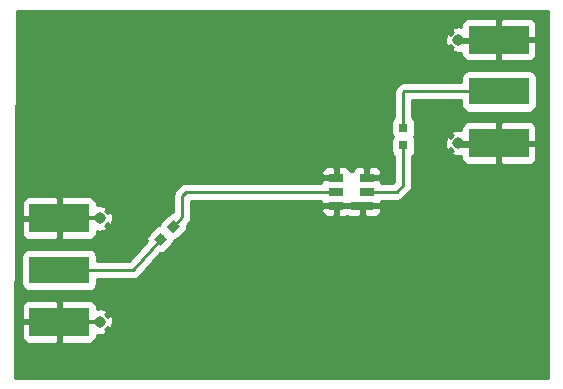
<source format=gbr>
%TF.GenerationSoftware,KiCad,Pcbnew,(2017-10-17 revision 537804b)-master*%
%TF.CreationDate,2018-07-22T21:53:39+10:00*%
%TF.ProjectId,rf_matching,72665F6D61746368696E672E6B696361,rev?*%
%TF.SameCoordinates,PX92c53e0PY691e668*%
%TF.FileFunction,Copper,L1,Top,Signal*%
%TF.FilePolarity,Positive*%
%FSLAX46Y46*%
G04 Gerber Fmt 4.6, Leading zero omitted, Abs format (unit mm)*
G04 Created by KiCad (PCBNEW (2017-10-17 revision 537804b)-master) date Sunday, 22 July 2018 'PMt' 21:53:39*
%MOMM*%
%LPD*%
G01*
G04 APERTURE LIST*
%TA.AperFunction,Conductor*%
%ADD10R,0.890000X0.460000*%
%TD*%
%TA.AperFunction,ViaPad*%
%ADD11C,0.970000*%
%TD*%
%TA.AperFunction,SMDPad,CuDef*%
%ADD12R,5.080000X2.420000*%
%TD*%
%TA.AperFunction,SMDPad,CuDef*%
%ADD13R,5.080000X2.290000*%
%TD*%
%TA.AperFunction,SMDPad,CuDef*%
%ADD14R,1.960000X0.650000*%
%TD*%
%TA.AperFunction,SMDPad,CuDef*%
%ADD15R,1.200000X0.650000*%
%TD*%
%TA.AperFunction,SMDPad,CuDef*%
%ADD16R,0.750000X0.800000*%
%TD*%
%TA.AperFunction,SMDPad,CuDef*%
%ADD17C,0.750000*%
%TD*%
%TA.AperFunction,Conductor*%
%ADD18C,0.100000*%
%TD*%
%TA.AperFunction,Conductor*%
%ADD19C,0.250000*%
%TD*%
%TA.AperFunction,Conductor*%
%ADD20C,0.254000*%
%TD*%
G04 APERTURE END LIST*
D10*
%TO.N,GND*%
%TO.C,J2*%
X7420000Y5470000D03*
X7420000Y14230000D03*
D11*
X7870000Y5470000D03*
X7870000Y14230000D03*
D12*
%TD*%
%TO.P,J2,2*%
%TO.N,GND*%
X4430000Y5470000D03*
%TO.P,J2,2*%
%TO.N,GND*%
X4430000Y14230000D03*
D13*
%TO.P,J2,1*%
%TO.N,Net-(C3-Pad2)*%
X4430000Y9850000D03*
%TD*%
D10*
%TO.N,GND*%
%TO.C,J4*%
X38680000Y29355000D03*
X38680000Y20595000D03*
D11*
X38230000Y29355000D03*
X38230000Y20595000D03*
D12*
%TD*%
%TO.P,J4,2*%
%TO.N,GND*%
X41670000Y29355000D03*
%TO.P,J4,2*%
%TO.N,GND*%
X41670000Y20595000D03*
D13*
%TO.P,J4,1*%
%TO.N,Net-(C1-Pad1)*%
X41670000Y24975000D03*
%TD*%
D14*
%TO.P,U2,1*%
%TO.N,GND*%
X30105000Y15275000D03*
D15*
%TO.P,U2,2*%
%TO.N,Net-(C1-Pad2)*%
X30475000Y16475000D03*
%TO.P,U2,3*%
%TO.N,GND*%
X30475000Y17675000D03*
%TO.P,U2,4*%
X27875000Y17675000D03*
%TO.P,U2,5*%
%TO.N,Net-(C3-Pad1)*%
X27875000Y16475000D03*
%TO.P,U2,6*%
%TO.N,GND*%
X27875000Y15275000D03*
%TD*%
D16*
%TO.P,C1,2*%
%TO.N,Net-(C1-Pad2)*%
X33575000Y20400000D03*
%TO.P,C1,1*%
%TO.N,Net-(C1-Pad1)*%
X33575000Y21900000D03*
%TD*%
D17*
%TO.P,C3,1*%
%TO.N,Net-(C3-Pad1)*%
X14080330Y13530330D03*
D18*
%TD*%
%TO.N,Net-(C3-Pad1)*%
%TO.C,C3*%
G36*
X14098008Y14078338D02*
X14628338Y13548008D01*
X14062652Y12982322D01*
X13532322Y13512652D01*
X14098008Y14078338D01*
X14098008Y14078338D01*
G37*
D17*
%TO.P,C3,2*%
%TO.N,Net-(C3-Pad2)*%
X13019670Y12469670D03*
D18*
%TD*%
%TO.N,Net-(C3-Pad2)*%
%TO.C,C3*%
G36*
X13037348Y13017678D02*
X13567678Y12487348D01*
X13001992Y11921662D01*
X12471662Y12451992D01*
X13037348Y13017678D01*
X13037348Y13017678D01*
G37*
D19*
%TO.N,GND*%
X3680000Y14230000D02*
X6470000Y14230000D01*
X6470000Y14230000D02*
X7120000Y14230000D01*
X3680000Y5470000D02*
X6470000Y5470000D01*
X6470000Y5470000D02*
X7120000Y5470000D01*
%TO.N,Net-(C1-Pad2)*%
X30475000Y16475000D02*
X33000000Y16475000D01*
X33000000Y16475000D02*
X33575000Y17050000D01*
X33575000Y17050000D02*
X33575000Y20400000D01*
%TO.N,Net-(C3-Pad1)*%
X14080330Y13530330D02*
X14875000Y14325000D01*
X14875000Y14325000D02*
X14875000Y16150000D01*
X14875000Y16150000D02*
X15200000Y16475000D01*
X15200000Y16475000D02*
X17075000Y16475000D01*
X17075000Y16475000D02*
X27875000Y16475000D01*
%TO.N,Net-(C3-Pad2)*%
X10725000Y9825000D02*
X13019670Y12469670D01*
X10725000Y9825000D02*
X3780000Y9825000D01*
%TO.N,GND*%
X41620000Y29130000D02*
X38180000Y29130000D01*
X41620000Y20370000D02*
X38180000Y20370000D01*
%TO.N,Net-(C1-Pad1)*%
X33575000Y21900000D02*
X33575000Y24925000D01*
X33575000Y24925000D02*
X33625000Y24975000D01*
X33625000Y24975000D02*
X41670000Y24975000D01*
%TD*%
D20*
%TO.N,GND*%
G36*
X45865000Y685000D02*
X2904151Y685000D01*
X689462Y699459D01*
X716997Y5184250D01*
X1255000Y5184250D01*
X1255000Y4133690D01*
X1351673Y3900301D01*
X1530302Y3721673D01*
X1763691Y3625000D01*
X4144250Y3625000D01*
X4303000Y3783750D01*
X4303000Y5343000D01*
X1413750Y5343000D01*
X1255000Y5184250D01*
X716997Y5184250D01*
X726955Y6806310D01*
X1255000Y6806310D01*
X1255000Y5755750D01*
X1413750Y5597000D01*
X4303000Y5597000D01*
X4303000Y7156250D01*
X4557000Y7156250D01*
X4557000Y5597000D01*
X4577000Y5597000D01*
X4577000Y5343000D01*
X4557000Y5343000D01*
X4557000Y3783750D01*
X4715750Y3625000D01*
X7096309Y3625000D01*
X7329698Y3721673D01*
X7508327Y3900301D01*
X7605000Y4133690D01*
X7605000Y4377871D01*
X7728564Y4336851D01*
X8172968Y4368982D01*
X8434308Y4477232D01*
X8469595Y4690800D01*
X8341710Y4818685D01*
X8403327Y4880301D01*
X8472443Y5047162D01*
X8649200Y4870405D01*
X8862768Y4905692D01*
X9003149Y5328564D01*
X8971018Y5772968D01*
X8862768Y6034308D01*
X8649200Y6069595D01*
X8472443Y5892838D01*
X8403327Y6059699D01*
X8341710Y6121315D01*
X8469595Y6249200D01*
X8434308Y6462768D01*
X8011436Y6603149D01*
X7605000Y6573763D01*
X7605000Y6806310D01*
X7508327Y7039699D01*
X7329698Y7218327D01*
X7096309Y7315000D01*
X4715750Y7315000D01*
X4557000Y7156250D01*
X4303000Y7156250D01*
X4144250Y7315000D01*
X1763691Y7315000D01*
X1530302Y7218327D01*
X1351673Y7039699D01*
X1255000Y6806310D01*
X726955Y6806310D01*
X752673Y10995000D01*
X1242560Y10995000D01*
X1242560Y8705000D01*
X1291843Y8457235D01*
X1432191Y8247191D01*
X1642235Y8106843D01*
X1890000Y8057560D01*
X6970000Y8057560D01*
X7217765Y8106843D01*
X7427809Y8247191D01*
X7568157Y8457235D01*
X7617440Y8705000D01*
X7617440Y9065000D01*
X10725000Y9065000D01*
X10751706Y9070312D01*
X10778719Y9066901D01*
X10896286Y9099071D01*
X11015839Y9122852D01*
X11038480Y9137980D01*
X11064741Y9145166D01*
X11161047Y9219877D01*
X11262401Y9287599D01*
X11277528Y9310238D01*
X11299042Y9326928D01*
X12990595Y11276489D01*
X13001992Y11274222D01*
X13249757Y11323505D01*
X13459801Y11463853D01*
X14025487Y12029539D01*
X14165835Y12239583D01*
X14189822Y12360178D01*
X14310417Y12384165D01*
X14520461Y12524513D01*
X15086147Y13090199D01*
X15226495Y13300243D01*
X15275778Y13548008D01*
X15258695Y13633893D01*
X15412401Y13787599D01*
X15577148Y14034161D01*
X15635000Y14325000D01*
X15635000Y14989250D01*
X26640000Y14989250D01*
X26640000Y14823690D01*
X26736673Y14590301D01*
X26915302Y14411673D01*
X27148691Y14315000D01*
X27589250Y14315000D01*
X27748000Y14473750D01*
X27748000Y15148000D01*
X28002000Y15148000D01*
X28002000Y14473750D01*
X28160750Y14315000D01*
X28601309Y14315000D01*
X28800000Y14397301D01*
X28998691Y14315000D01*
X29819250Y14315000D01*
X29978000Y14473750D01*
X29978000Y15148000D01*
X30232000Y15148000D01*
X30232000Y14473750D01*
X30390750Y14315000D01*
X31211309Y14315000D01*
X31444698Y14411673D01*
X31623327Y14590301D01*
X31720000Y14823690D01*
X31720000Y14989250D01*
X31561250Y15148000D01*
X30232000Y15148000D01*
X29978000Y15148000D01*
X28002000Y15148000D01*
X27748000Y15148000D01*
X26798750Y15148000D01*
X26640000Y14989250D01*
X15635000Y14989250D01*
X15635000Y15715000D01*
X26640000Y15715000D01*
X26640000Y15560750D01*
X26798750Y15402000D01*
X27748000Y15402000D01*
X27748000Y15422000D01*
X28002000Y15422000D01*
X28002000Y15402000D01*
X29978000Y15402000D01*
X29978000Y15422000D01*
X30232000Y15422000D01*
X30232000Y15402000D01*
X31561250Y15402000D01*
X31720000Y15560750D01*
X31720000Y15715000D01*
X33000000Y15715000D01*
X33290839Y15772852D01*
X33537401Y15937599D01*
X34112401Y16512599D01*
X34277148Y16759161D01*
X34335000Y17050000D01*
X34335000Y19493541D01*
X34407809Y19542191D01*
X34548157Y19752235D01*
X34597440Y20000000D01*
X34597440Y20736436D01*
X37096851Y20736436D01*
X37128982Y20292032D01*
X37237232Y20030692D01*
X37450800Y19995405D01*
X37627557Y20172162D01*
X37696673Y20005301D01*
X37758290Y19943685D01*
X37630405Y19815800D01*
X37665692Y19602232D01*
X38088564Y19461851D01*
X38495000Y19491237D01*
X38495000Y19258690D01*
X38591673Y19025301D01*
X38770302Y18846673D01*
X39003691Y18750000D01*
X41384250Y18750000D01*
X41543000Y18908750D01*
X41543000Y20468000D01*
X41797000Y20468000D01*
X41797000Y18908750D01*
X41955750Y18750000D01*
X44336309Y18750000D01*
X44569698Y18846673D01*
X44748327Y19025301D01*
X44845000Y19258690D01*
X44845000Y20309250D01*
X44686250Y20468000D01*
X41797000Y20468000D01*
X41543000Y20468000D01*
X41523000Y20468000D01*
X41523000Y20722000D01*
X41543000Y20722000D01*
X41543000Y22281250D01*
X41797000Y22281250D01*
X41797000Y20722000D01*
X44686250Y20722000D01*
X44845000Y20880750D01*
X44845000Y21931310D01*
X44748327Y22164699D01*
X44569698Y22343327D01*
X44336309Y22440000D01*
X41955750Y22440000D01*
X41797000Y22281250D01*
X41543000Y22281250D01*
X41384250Y22440000D01*
X39003691Y22440000D01*
X38770302Y22343327D01*
X38591673Y22164699D01*
X38495000Y21931310D01*
X38495000Y21687129D01*
X38371436Y21728149D01*
X37927032Y21696018D01*
X37665692Y21587768D01*
X37630405Y21374200D01*
X37758290Y21246315D01*
X37696673Y21184699D01*
X37627557Y21017838D01*
X37450800Y21194595D01*
X37237232Y21159308D01*
X37096851Y20736436D01*
X34597440Y20736436D01*
X34597440Y20800000D01*
X34548157Y21047765D01*
X34479845Y21150000D01*
X34548157Y21252235D01*
X34597440Y21500000D01*
X34597440Y22300000D01*
X34548157Y22547765D01*
X34407809Y22757809D01*
X34335000Y22806459D01*
X34335000Y24215000D01*
X38482560Y24215000D01*
X38482560Y23830000D01*
X38531843Y23582235D01*
X38672191Y23372191D01*
X38882235Y23231843D01*
X39130000Y23182560D01*
X44210000Y23182560D01*
X44457765Y23231843D01*
X44667809Y23372191D01*
X44808157Y23582235D01*
X44857440Y23830000D01*
X44857440Y26120000D01*
X44808157Y26367765D01*
X44667809Y26577809D01*
X44457765Y26718157D01*
X44210000Y26767440D01*
X39130000Y26767440D01*
X38882235Y26718157D01*
X38672191Y26577809D01*
X38531843Y26367765D01*
X38482560Y26120000D01*
X38482560Y25735000D01*
X33625000Y25735000D01*
X33334161Y25677148D01*
X33087599Y25512401D01*
X33037599Y25462401D01*
X32872852Y25215839D01*
X32815000Y24925000D01*
X32815000Y22806459D01*
X32742191Y22757809D01*
X32601843Y22547765D01*
X32552560Y22300000D01*
X32552560Y21500000D01*
X32601843Y21252235D01*
X32670155Y21150000D01*
X32601843Y21047765D01*
X32552560Y20800000D01*
X32552560Y20000000D01*
X32601843Y19752235D01*
X32742191Y19542191D01*
X32815000Y19493541D01*
X32815000Y17364802D01*
X32685198Y17235000D01*
X31710000Y17235000D01*
X31710000Y17389250D01*
X31551250Y17548000D01*
X30602000Y17548000D01*
X30602000Y17528000D01*
X30348000Y17528000D01*
X30348000Y17548000D01*
X30328000Y17548000D01*
X30328000Y17802000D01*
X30348000Y17802000D01*
X30348000Y18476250D01*
X30602000Y18476250D01*
X30602000Y17802000D01*
X31551250Y17802000D01*
X31710000Y17960750D01*
X31710000Y18126310D01*
X31613327Y18359699D01*
X31434698Y18538327D01*
X31201309Y18635000D01*
X30760750Y18635000D01*
X30602000Y18476250D01*
X30348000Y18476250D01*
X30189250Y18635000D01*
X29748691Y18635000D01*
X29515302Y18538327D01*
X29336673Y18359699D01*
X29285272Y18235606D01*
X29061741Y18242816D01*
X29013327Y18359699D01*
X28834698Y18538327D01*
X28601309Y18635000D01*
X28160750Y18635000D01*
X28002000Y18476250D01*
X28002000Y17802000D01*
X28022000Y17802000D01*
X28022000Y17548000D01*
X28002000Y17548000D01*
X28002000Y17528000D01*
X27748000Y17528000D01*
X27748000Y17548000D01*
X26798750Y17548000D01*
X26640000Y17389250D01*
X26640000Y17235000D01*
X15200000Y17235000D01*
X14957414Y17186746D01*
X14909160Y17177148D01*
X14662599Y17012401D01*
X14337599Y16687401D01*
X14172852Y16440839D01*
X14115000Y16150000D01*
X14115000Y14722398D01*
X14098008Y14725778D01*
X13850243Y14676495D01*
X13640199Y14536147D01*
X13074513Y13970461D01*
X12934165Y13760417D01*
X12910178Y13639822D01*
X12789583Y13615835D01*
X12579539Y13475487D01*
X12013853Y12909801D01*
X11873505Y12699757D01*
X11824222Y12451992D01*
X11856656Y12288935D01*
X10378222Y10585000D01*
X7617440Y10585000D01*
X7617440Y10995000D01*
X7568157Y11242765D01*
X7427809Y11452809D01*
X7217765Y11593157D01*
X6970000Y11642440D01*
X1890000Y11642440D01*
X1642235Y11593157D01*
X1432191Y11452809D01*
X1291843Y11242765D01*
X1242560Y10995000D01*
X752673Y10995000D01*
X770780Y13944250D01*
X1255000Y13944250D01*
X1255000Y12893690D01*
X1351673Y12660301D01*
X1530302Y12481673D01*
X1763691Y12385000D01*
X4144250Y12385000D01*
X4303000Y12543750D01*
X4303000Y14103000D01*
X1413750Y14103000D01*
X1255000Y13944250D01*
X770780Y13944250D01*
X780738Y15566310D01*
X1255000Y15566310D01*
X1255000Y14515750D01*
X1413750Y14357000D01*
X4303000Y14357000D01*
X4303000Y15916250D01*
X4557000Y15916250D01*
X4557000Y14357000D01*
X4577000Y14357000D01*
X4577000Y14103000D01*
X4557000Y14103000D01*
X4557000Y12543750D01*
X4715750Y12385000D01*
X7096309Y12385000D01*
X7329698Y12481673D01*
X7508327Y12660301D01*
X7605000Y12893690D01*
X7605000Y13137871D01*
X7728564Y13096851D01*
X8172968Y13128982D01*
X8434308Y13237232D01*
X8469595Y13450800D01*
X8341710Y13578685D01*
X8403327Y13640301D01*
X8472443Y13807162D01*
X8649200Y13630405D01*
X8862768Y13665692D01*
X9003149Y14088564D01*
X8971018Y14532968D01*
X8862768Y14794308D01*
X8649200Y14829595D01*
X8472443Y14652838D01*
X8403327Y14819699D01*
X8341710Y14881315D01*
X8469595Y15009200D01*
X8434308Y15222768D01*
X8011436Y15363149D01*
X7605000Y15333763D01*
X7605000Y15566310D01*
X7508327Y15799699D01*
X7329698Y15978327D01*
X7096309Y16075000D01*
X4715750Y16075000D01*
X4557000Y15916250D01*
X4303000Y15916250D01*
X4144250Y16075000D01*
X1763691Y16075000D01*
X1530302Y15978327D01*
X1351673Y15799699D01*
X1255000Y15566310D01*
X780738Y15566310D01*
X796455Y18126310D01*
X26640000Y18126310D01*
X26640000Y17960750D01*
X26798750Y17802000D01*
X27748000Y17802000D01*
X27748000Y18476250D01*
X27589250Y18635000D01*
X27148691Y18635000D01*
X26915302Y18538327D01*
X26736673Y18359699D01*
X26640000Y18126310D01*
X796455Y18126310D01*
X866265Y29496436D01*
X37096851Y29496436D01*
X37128982Y29052032D01*
X37237232Y28790692D01*
X37450800Y28755405D01*
X37627557Y28932162D01*
X37696673Y28765301D01*
X37758290Y28703685D01*
X37630405Y28575800D01*
X37665692Y28362232D01*
X38088564Y28221851D01*
X38495000Y28251237D01*
X38495000Y28018690D01*
X38591673Y27785301D01*
X38770302Y27606673D01*
X39003691Y27510000D01*
X41384250Y27510000D01*
X41543000Y27668750D01*
X41543000Y29228000D01*
X41797000Y29228000D01*
X41797000Y27668750D01*
X41955750Y27510000D01*
X44336309Y27510000D01*
X44569698Y27606673D01*
X44748327Y27785301D01*
X44845000Y28018690D01*
X44845000Y29069250D01*
X44686250Y29228000D01*
X41797000Y29228000D01*
X41543000Y29228000D01*
X41523000Y29228000D01*
X41523000Y29482000D01*
X41543000Y29482000D01*
X41543000Y31041250D01*
X41797000Y31041250D01*
X41797000Y29482000D01*
X44686250Y29482000D01*
X44845000Y29640750D01*
X44845000Y30691310D01*
X44748327Y30924699D01*
X44569698Y31103327D01*
X44336309Y31200000D01*
X41955750Y31200000D01*
X41797000Y31041250D01*
X41543000Y31041250D01*
X41384250Y31200000D01*
X39003691Y31200000D01*
X38770302Y31103327D01*
X38591673Y30924699D01*
X38495000Y30691310D01*
X38495000Y30447129D01*
X38371436Y30488149D01*
X37927032Y30456018D01*
X37665692Y30347768D01*
X37630405Y30134200D01*
X37758290Y30006315D01*
X37696673Y29944699D01*
X37627557Y29777838D01*
X37450800Y29954595D01*
X37237232Y29919308D01*
X37096851Y29496436D01*
X866265Y29496436D01*
X880501Y31815000D01*
X45865000Y31815000D01*
X45865000Y685000D01*
X45865000Y685000D01*
G37*
X45865000Y685000D02*
X2904151Y685000D01*
X689462Y699459D01*
X716997Y5184250D01*
X1255000Y5184250D01*
X1255000Y4133690D01*
X1351673Y3900301D01*
X1530302Y3721673D01*
X1763691Y3625000D01*
X4144250Y3625000D01*
X4303000Y3783750D01*
X4303000Y5343000D01*
X1413750Y5343000D01*
X1255000Y5184250D01*
X716997Y5184250D01*
X726955Y6806310D01*
X1255000Y6806310D01*
X1255000Y5755750D01*
X1413750Y5597000D01*
X4303000Y5597000D01*
X4303000Y7156250D01*
X4557000Y7156250D01*
X4557000Y5597000D01*
X4577000Y5597000D01*
X4577000Y5343000D01*
X4557000Y5343000D01*
X4557000Y3783750D01*
X4715750Y3625000D01*
X7096309Y3625000D01*
X7329698Y3721673D01*
X7508327Y3900301D01*
X7605000Y4133690D01*
X7605000Y4377871D01*
X7728564Y4336851D01*
X8172968Y4368982D01*
X8434308Y4477232D01*
X8469595Y4690800D01*
X8341710Y4818685D01*
X8403327Y4880301D01*
X8472443Y5047162D01*
X8649200Y4870405D01*
X8862768Y4905692D01*
X9003149Y5328564D01*
X8971018Y5772968D01*
X8862768Y6034308D01*
X8649200Y6069595D01*
X8472443Y5892838D01*
X8403327Y6059699D01*
X8341710Y6121315D01*
X8469595Y6249200D01*
X8434308Y6462768D01*
X8011436Y6603149D01*
X7605000Y6573763D01*
X7605000Y6806310D01*
X7508327Y7039699D01*
X7329698Y7218327D01*
X7096309Y7315000D01*
X4715750Y7315000D01*
X4557000Y7156250D01*
X4303000Y7156250D01*
X4144250Y7315000D01*
X1763691Y7315000D01*
X1530302Y7218327D01*
X1351673Y7039699D01*
X1255000Y6806310D01*
X726955Y6806310D01*
X752673Y10995000D01*
X1242560Y10995000D01*
X1242560Y8705000D01*
X1291843Y8457235D01*
X1432191Y8247191D01*
X1642235Y8106843D01*
X1890000Y8057560D01*
X6970000Y8057560D01*
X7217765Y8106843D01*
X7427809Y8247191D01*
X7568157Y8457235D01*
X7617440Y8705000D01*
X7617440Y9065000D01*
X10725000Y9065000D01*
X10751706Y9070312D01*
X10778719Y9066901D01*
X10896286Y9099071D01*
X11015839Y9122852D01*
X11038480Y9137980D01*
X11064741Y9145166D01*
X11161047Y9219877D01*
X11262401Y9287599D01*
X11277528Y9310238D01*
X11299042Y9326928D01*
X12990595Y11276489D01*
X13001992Y11274222D01*
X13249757Y11323505D01*
X13459801Y11463853D01*
X14025487Y12029539D01*
X14165835Y12239583D01*
X14189822Y12360178D01*
X14310417Y12384165D01*
X14520461Y12524513D01*
X15086147Y13090199D01*
X15226495Y13300243D01*
X15275778Y13548008D01*
X15258695Y13633893D01*
X15412401Y13787599D01*
X15577148Y14034161D01*
X15635000Y14325000D01*
X15635000Y14989250D01*
X26640000Y14989250D01*
X26640000Y14823690D01*
X26736673Y14590301D01*
X26915302Y14411673D01*
X27148691Y14315000D01*
X27589250Y14315000D01*
X27748000Y14473750D01*
X27748000Y15148000D01*
X28002000Y15148000D01*
X28002000Y14473750D01*
X28160750Y14315000D01*
X28601309Y14315000D01*
X28800000Y14397301D01*
X28998691Y14315000D01*
X29819250Y14315000D01*
X29978000Y14473750D01*
X29978000Y15148000D01*
X30232000Y15148000D01*
X30232000Y14473750D01*
X30390750Y14315000D01*
X31211309Y14315000D01*
X31444698Y14411673D01*
X31623327Y14590301D01*
X31720000Y14823690D01*
X31720000Y14989250D01*
X31561250Y15148000D01*
X30232000Y15148000D01*
X29978000Y15148000D01*
X28002000Y15148000D01*
X27748000Y15148000D01*
X26798750Y15148000D01*
X26640000Y14989250D01*
X15635000Y14989250D01*
X15635000Y15715000D01*
X26640000Y15715000D01*
X26640000Y15560750D01*
X26798750Y15402000D01*
X27748000Y15402000D01*
X27748000Y15422000D01*
X28002000Y15422000D01*
X28002000Y15402000D01*
X29978000Y15402000D01*
X29978000Y15422000D01*
X30232000Y15422000D01*
X30232000Y15402000D01*
X31561250Y15402000D01*
X31720000Y15560750D01*
X31720000Y15715000D01*
X33000000Y15715000D01*
X33290839Y15772852D01*
X33537401Y15937599D01*
X34112401Y16512599D01*
X34277148Y16759161D01*
X34335000Y17050000D01*
X34335000Y19493541D01*
X34407809Y19542191D01*
X34548157Y19752235D01*
X34597440Y20000000D01*
X34597440Y20736436D01*
X37096851Y20736436D01*
X37128982Y20292032D01*
X37237232Y20030692D01*
X37450800Y19995405D01*
X37627557Y20172162D01*
X37696673Y20005301D01*
X37758290Y19943685D01*
X37630405Y19815800D01*
X37665692Y19602232D01*
X38088564Y19461851D01*
X38495000Y19491237D01*
X38495000Y19258690D01*
X38591673Y19025301D01*
X38770302Y18846673D01*
X39003691Y18750000D01*
X41384250Y18750000D01*
X41543000Y18908750D01*
X41543000Y20468000D01*
X41797000Y20468000D01*
X41797000Y18908750D01*
X41955750Y18750000D01*
X44336309Y18750000D01*
X44569698Y18846673D01*
X44748327Y19025301D01*
X44845000Y19258690D01*
X44845000Y20309250D01*
X44686250Y20468000D01*
X41797000Y20468000D01*
X41543000Y20468000D01*
X41523000Y20468000D01*
X41523000Y20722000D01*
X41543000Y20722000D01*
X41543000Y22281250D01*
X41797000Y22281250D01*
X41797000Y20722000D01*
X44686250Y20722000D01*
X44845000Y20880750D01*
X44845000Y21931310D01*
X44748327Y22164699D01*
X44569698Y22343327D01*
X44336309Y22440000D01*
X41955750Y22440000D01*
X41797000Y22281250D01*
X41543000Y22281250D01*
X41384250Y22440000D01*
X39003691Y22440000D01*
X38770302Y22343327D01*
X38591673Y22164699D01*
X38495000Y21931310D01*
X38495000Y21687129D01*
X38371436Y21728149D01*
X37927032Y21696018D01*
X37665692Y21587768D01*
X37630405Y21374200D01*
X37758290Y21246315D01*
X37696673Y21184699D01*
X37627557Y21017838D01*
X37450800Y21194595D01*
X37237232Y21159308D01*
X37096851Y20736436D01*
X34597440Y20736436D01*
X34597440Y20800000D01*
X34548157Y21047765D01*
X34479845Y21150000D01*
X34548157Y21252235D01*
X34597440Y21500000D01*
X34597440Y22300000D01*
X34548157Y22547765D01*
X34407809Y22757809D01*
X34335000Y22806459D01*
X34335000Y24215000D01*
X38482560Y24215000D01*
X38482560Y23830000D01*
X38531843Y23582235D01*
X38672191Y23372191D01*
X38882235Y23231843D01*
X39130000Y23182560D01*
X44210000Y23182560D01*
X44457765Y23231843D01*
X44667809Y23372191D01*
X44808157Y23582235D01*
X44857440Y23830000D01*
X44857440Y26120000D01*
X44808157Y26367765D01*
X44667809Y26577809D01*
X44457765Y26718157D01*
X44210000Y26767440D01*
X39130000Y26767440D01*
X38882235Y26718157D01*
X38672191Y26577809D01*
X38531843Y26367765D01*
X38482560Y26120000D01*
X38482560Y25735000D01*
X33625000Y25735000D01*
X33334161Y25677148D01*
X33087599Y25512401D01*
X33037599Y25462401D01*
X32872852Y25215839D01*
X32815000Y24925000D01*
X32815000Y22806459D01*
X32742191Y22757809D01*
X32601843Y22547765D01*
X32552560Y22300000D01*
X32552560Y21500000D01*
X32601843Y21252235D01*
X32670155Y21150000D01*
X32601843Y21047765D01*
X32552560Y20800000D01*
X32552560Y20000000D01*
X32601843Y19752235D01*
X32742191Y19542191D01*
X32815000Y19493541D01*
X32815000Y17364802D01*
X32685198Y17235000D01*
X31710000Y17235000D01*
X31710000Y17389250D01*
X31551250Y17548000D01*
X30602000Y17548000D01*
X30602000Y17528000D01*
X30348000Y17528000D01*
X30348000Y17548000D01*
X30328000Y17548000D01*
X30328000Y17802000D01*
X30348000Y17802000D01*
X30348000Y18476250D01*
X30602000Y18476250D01*
X30602000Y17802000D01*
X31551250Y17802000D01*
X31710000Y17960750D01*
X31710000Y18126310D01*
X31613327Y18359699D01*
X31434698Y18538327D01*
X31201309Y18635000D01*
X30760750Y18635000D01*
X30602000Y18476250D01*
X30348000Y18476250D01*
X30189250Y18635000D01*
X29748691Y18635000D01*
X29515302Y18538327D01*
X29336673Y18359699D01*
X29285272Y18235606D01*
X29061741Y18242816D01*
X29013327Y18359699D01*
X28834698Y18538327D01*
X28601309Y18635000D01*
X28160750Y18635000D01*
X28002000Y18476250D01*
X28002000Y17802000D01*
X28022000Y17802000D01*
X28022000Y17548000D01*
X28002000Y17548000D01*
X28002000Y17528000D01*
X27748000Y17528000D01*
X27748000Y17548000D01*
X26798750Y17548000D01*
X26640000Y17389250D01*
X26640000Y17235000D01*
X15200000Y17235000D01*
X14957414Y17186746D01*
X14909160Y17177148D01*
X14662599Y17012401D01*
X14337599Y16687401D01*
X14172852Y16440839D01*
X14115000Y16150000D01*
X14115000Y14722398D01*
X14098008Y14725778D01*
X13850243Y14676495D01*
X13640199Y14536147D01*
X13074513Y13970461D01*
X12934165Y13760417D01*
X12910178Y13639822D01*
X12789583Y13615835D01*
X12579539Y13475487D01*
X12013853Y12909801D01*
X11873505Y12699757D01*
X11824222Y12451992D01*
X11856656Y12288935D01*
X10378222Y10585000D01*
X7617440Y10585000D01*
X7617440Y10995000D01*
X7568157Y11242765D01*
X7427809Y11452809D01*
X7217765Y11593157D01*
X6970000Y11642440D01*
X1890000Y11642440D01*
X1642235Y11593157D01*
X1432191Y11452809D01*
X1291843Y11242765D01*
X1242560Y10995000D01*
X752673Y10995000D01*
X770780Y13944250D01*
X1255000Y13944250D01*
X1255000Y12893690D01*
X1351673Y12660301D01*
X1530302Y12481673D01*
X1763691Y12385000D01*
X4144250Y12385000D01*
X4303000Y12543750D01*
X4303000Y14103000D01*
X1413750Y14103000D01*
X1255000Y13944250D01*
X770780Y13944250D01*
X780738Y15566310D01*
X1255000Y15566310D01*
X1255000Y14515750D01*
X1413750Y14357000D01*
X4303000Y14357000D01*
X4303000Y15916250D01*
X4557000Y15916250D01*
X4557000Y14357000D01*
X4577000Y14357000D01*
X4577000Y14103000D01*
X4557000Y14103000D01*
X4557000Y12543750D01*
X4715750Y12385000D01*
X7096309Y12385000D01*
X7329698Y12481673D01*
X7508327Y12660301D01*
X7605000Y12893690D01*
X7605000Y13137871D01*
X7728564Y13096851D01*
X8172968Y13128982D01*
X8434308Y13237232D01*
X8469595Y13450800D01*
X8341710Y13578685D01*
X8403327Y13640301D01*
X8472443Y13807162D01*
X8649200Y13630405D01*
X8862768Y13665692D01*
X9003149Y14088564D01*
X8971018Y14532968D01*
X8862768Y14794308D01*
X8649200Y14829595D01*
X8472443Y14652838D01*
X8403327Y14819699D01*
X8341710Y14881315D01*
X8469595Y15009200D01*
X8434308Y15222768D01*
X8011436Y15363149D01*
X7605000Y15333763D01*
X7605000Y15566310D01*
X7508327Y15799699D01*
X7329698Y15978327D01*
X7096309Y16075000D01*
X4715750Y16075000D01*
X4557000Y15916250D01*
X4303000Y15916250D01*
X4144250Y16075000D01*
X1763691Y16075000D01*
X1530302Y15978327D01*
X1351673Y15799699D01*
X1255000Y15566310D01*
X780738Y15566310D01*
X796455Y18126310D01*
X26640000Y18126310D01*
X26640000Y17960750D01*
X26798750Y17802000D01*
X27748000Y17802000D01*
X27748000Y18476250D01*
X27589250Y18635000D01*
X27148691Y18635000D01*
X26915302Y18538327D01*
X26736673Y18359699D01*
X26640000Y18126310D01*
X796455Y18126310D01*
X866265Y29496436D01*
X37096851Y29496436D01*
X37128982Y29052032D01*
X37237232Y28790692D01*
X37450800Y28755405D01*
X37627557Y28932162D01*
X37696673Y28765301D01*
X37758290Y28703685D01*
X37630405Y28575800D01*
X37665692Y28362232D01*
X38088564Y28221851D01*
X38495000Y28251237D01*
X38495000Y28018690D01*
X38591673Y27785301D01*
X38770302Y27606673D01*
X39003691Y27510000D01*
X41384250Y27510000D01*
X41543000Y27668750D01*
X41543000Y29228000D01*
X41797000Y29228000D01*
X41797000Y27668750D01*
X41955750Y27510000D01*
X44336309Y27510000D01*
X44569698Y27606673D01*
X44748327Y27785301D01*
X44845000Y28018690D01*
X44845000Y29069250D01*
X44686250Y29228000D01*
X41797000Y29228000D01*
X41543000Y29228000D01*
X41523000Y29228000D01*
X41523000Y29482000D01*
X41543000Y29482000D01*
X41543000Y31041250D01*
X41797000Y31041250D01*
X41797000Y29482000D01*
X44686250Y29482000D01*
X44845000Y29640750D01*
X44845000Y30691310D01*
X44748327Y30924699D01*
X44569698Y31103327D01*
X44336309Y31200000D01*
X41955750Y31200000D01*
X41797000Y31041250D01*
X41543000Y31041250D01*
X41384250Y31200000D01*
X39003691Y31200000D01*
X38770302Y31103327D01*
X38591673Y30924699D01*
X38495000Y30691310D01*
X38495000Y30447129D01*
X38371436Y30488149D01*
X37927032Y30456018D01*
X37665692Y30347768D01*
X37630405Y30134200D01*
X37758290Y30006315D01*
X37696673Y29944699D01*
X37627557Y29777838D01*
X37450800Y29954595D01*
X37237232Y29919308D01*
X37096851Y29496436D01*
X866265Y29496436D01*
X880501Y31815000D01*
X45865000Y31815000D01*
X45865000Y685000D01*
%TD*%
M02*

</source>
